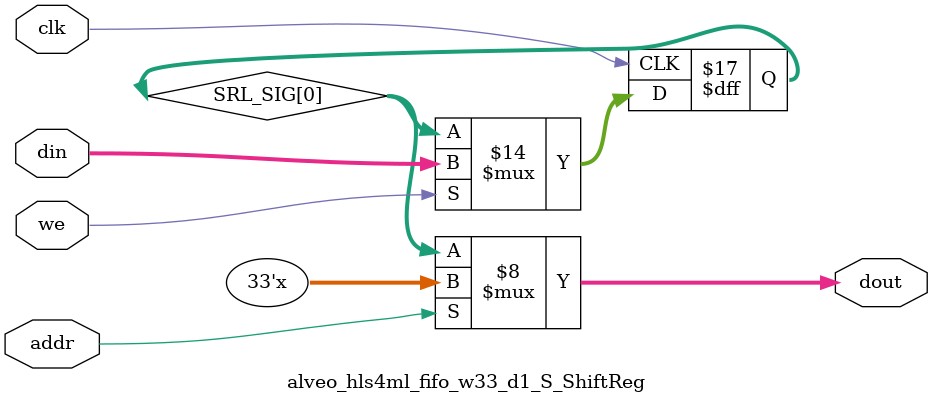
<source format=v>

`timescale 1 ns / 1 ps

module alveo_hls4ml_fifo_w33_d1_S
#(parameter
    MEM_STYLE   = "shiftReg",
    DATA_WIDTH  = 33,
    ADDR_WIDTH  = 1,
    DEPTH       = 1)
(
    // system signal
    input  wire                  clk,
    input  wire                  reset,

    // write
    output wire                  if_full_n,
    input  wire                  if_write_ce,
    input  wire                  if_write,
    input  wire [DATA_WIDTH-1:0] if_din,
    
    // read 
    output wire [ADDR_WIDTH:0]   if_num_data_valid, // for FRP
    output wire [ADDR_WIDTH:0]   if_fifo_cap,       // for FRP
    output wire                  if_empty_n,
    input  wire                  if_read_ce,
    input  wire                  if_read,
    output wire [DATA_WIDTH-1:0] if_dout
);
//------------------------Parameter----------------------

//------------------------Local signal-------------------
wire [ADDR_WIDTH-1:0] addr;
wire                  push;
wire                  pop;
reg signed [ADDR_WIDTH:0]   mOutPtr;
reg                   empty_n = 1'b0;
reg                   full_n  = 1'b1;
// with almost full?  no 
//------------------------Instantiation------------------
alveo_hls4ml_fifo_w33_d1_S_ShiftReg 
#(  .DATA_WIDTH (DATA_WIDTH),
    .ADDR_WIDTH (ADDR_WIDTH),
    .DEPTH      (DEPTH))
U_alveo_hls4ml_fifo_w33_d1_S_ShiftReg (
    .clk        (clk),
    .we         (push),
    .addr       (addr),
    .din        (if_din),
    .dout       (if_dout)
);
//------------------------Task and function--------------

//------------------------Body---------------------------
// has num_data_valid ? 
assign if_num_data_valid = mOutPtr + 1'b1; // yes
assign if_fifo_cap = DEPTH; // yes 

// has almost full ? 
assign if_full_n  = full_n; //no 
assign if_empty_n = empty_n;

assign push = (if_write & if_write_ce) & full_n;
assign pop  = (if_read & if_read_ce) & empty_n;
assign addr = mOutPtr[ADDR_WIDTH] == 1'b0 ? mOutPtr[ADDR_WIDTH-1:0]:{ADDR_WIDTH{1'b0}};

// full_n
always @(posedge clk ) begin
    if (reset == 1'b1)
        full_n <= 1'b1;
    else if (push & ~pop) begin
        if (mOutPtr == DEPTH - 2)
            full_n <= 1'b0;
    end
    else if (~push & pop)
        full_n <= 1'b1;
end

// almost_full_n 

// empty_n
always @(posedge clk ) begin
    if (reset == 1'b1)
        empty_n <= 1'b0;
    else if (push & ~pop)
        empty_n <= 1'b1;
    else if (~push & pop) begin
        if (mOutPtr == 0)
            empty_n <= 1'b0;
    end
end

// mOutPtr
always @(posedge clk ) begin
    if (reset == 1'b1)
        mOutPtr <= {ADDR_WIDTH+1{1'b1}};
    else if (push & ~pop)
        mOutPtr <= mOutPtr + 1'b1;
    else if (~push & pop)
        mOutPtr <= mOutPtr - 1'b1;
end

endmodule  


module alveo_hls4ml_fifo_w33_d1_S_ShiftReg
#(parameter
    DATA_WIDTH  = 33,
    ADDR_WIDTH  = 1,
    DEPTH       = 1)
(
    input  wire                  clk,
    input  wire                  we,
    input  wire [ADDR_WIDTH-1:0] addr,
    input  wire [DATA_WIDTH-1:0] din,
    output wire [DATA_WIDTH-1:0] dout
);

reg [DATA_WIDTH-1:0] SRL_SIG [0:DEPTH-1];
integer i;

always @ (posedge clk) begin
    if (we) begin
        for (i=0; i<DEPTH-1; i=i+1)
            SRL_SIG[i+1] <= SRL_SIG[i];
        SRL_SIG[0] <= din;
    end
end

assign dout = SRL_SIG[addr];

endmodule

</source>
